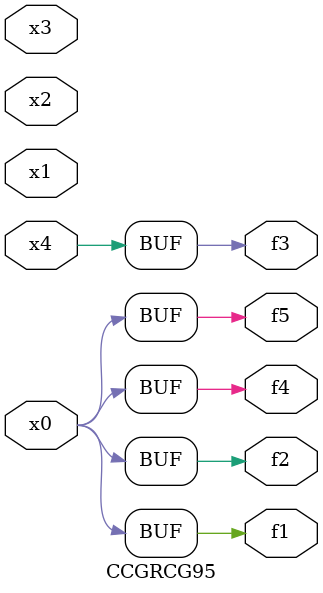
<source format=v>
module CCGRCG95(
	input x0, x1, x2, x3, x4,
	output f1, f2, f3, f4, f5
);
	assign f1 = x0;
	assign f2 = x0;
	assign f3 = x4;
	assign f4 = x0;
	assign f5 = x0;
endmodule

</source>
